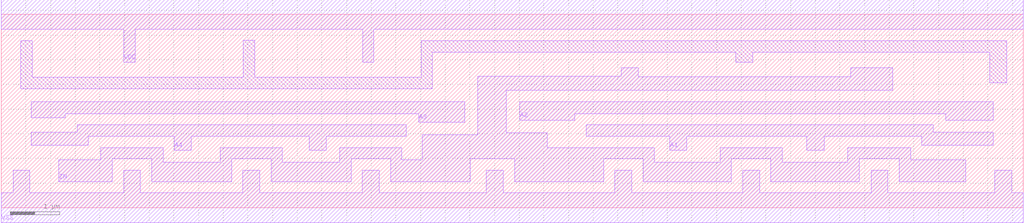
<source format=lef>
# Copyright 2022 GlobalFoundries PDK Authors
#
# Licensed under the Apache License, Version 2.0 (the "License");
# you may not use this file except in compliance with the License.
# You may obtain a copy of the License at
#
#      http://www.apache.org/licenses/LICENSE-2.0
#
# Unless required by applicable law or agreed to in writing, software
# distributed under the License is distributed on an "AS IS" BASIS,
# WITHOUT WARRANTIES OR CONDITIONS OF ANY KIND, either express or implied.
# See the License for the specific language governing permissions and
# limitations under the License.

MACRO gf180mcu_fd_sc_mcu7t5v0__nor4_4
  CLASS core ;
  FOREIGN gf180mcu_fd_sc_mcu7t5v0__nor4_4 0.0 0.0 ;
  ORIGIN 0 0 ;
  SYMMETRY X Y ;
  SITE GF018hv5v_mcu_sc7 ;
  SIZE 20.72 BY 3.92 ;
  PIN A1
    DIRECTION INPUT ;
    ANTENNAGATEAREA 3.294 ;
    PORT
      LAYER Metal1 ;
        POLYGON 11.855 1.45 13.545 1.45 13.545 1.17 13.89 1.17 13.89 1.45 16.325 1.45 16.325 1.17 16.685 1.17 16.685 1.45 18.66 1.45 18.66 1.265 20.11 1.265 20.11 1.535 18.89 1.535 18.89 1.68 11.855 1.68  ;
    END
  END A1
  PIN A2
    DIRECTION INPUT ;
    ANTENNAGATEAREA 3.294 ;
    PORT
      LAYER Metal1 ;
        POLYGON 10.51 1.77 11.625 1.77 11.625 1.91 19.14 1.91 19.14 1.77 20.11 1.77 20.11 2.15 10.51 2.15  ;
    END
  END A2
  PIN A3
    DIRECTION INPUT ;
    ANTENNAGATEAREA 3.294 ;
    PORT
      LAYER Metal1 ;
        POLYGON 0.61 1.82 1.295 1.82 1.295 1.91 8.46 1.91 8.46 1.73 9.395 1.73 9.395 2.15 0.61 2.15  ;
    END
  END A3
  PIN A4
    DIRECTION INPUT ;
    ANTENNAGATEAREA 3.294 ;
    PORT
      LAYER Metal1 ;
        POLYGON 0.61 1.265 1.76 1.265 1.76 1.45 3.51 1.45 3.51 1.17 3.85 1.17 3.85 1.45 6.24 1.45 6.24 1.17 6.585 1.17 6.585 1.45 8.21 1.45 8.21 1.68 1.54 1.68 1.54 1.535 0.61 1.535  ;
    END
  END A4
  PIN ZN
    DIRECTION OUTPUT ;
    ANTENNADIFFAREA 3.8304 ;
    PORT
      LAYER Metal1 ;
        POLYGON 1.17 0.53 2.25 0.53 2.25 0.99 3.05 0.99 3.05 0.53 4.67 0.53 4.67 0.99 5.47 0.99 5.47 0.53 7.09 0.53 7.09 0.99 7.89 0.99 7.89 0.53 9.51 0.53 9.51 0.99 10.405 0.99 10.405 0.53 12.21 0.53 12.21 0.99 13.01 0.99 13.01 0.53 14.8 0.53 14.8 0.99 15.6 0.99 15.6 0.53 17.39 0.53 17.39 0.99 18.2 0.99 18.2 0.53 19.55 0.53 19.55 0.975 18.43 0.975 18.43 1.22 17.16 1.22 17.16 0.92 15.83 0.92 15.83 1.22 14.57 1.22 14.57 0.92 13.24 0.92 13.24 1.22 11.07 1.22 11.07 1.52 10.24 1.52 10.24 2.38 18.07 2.38 18.07 2.835 17.215 2.835 17.215 2.655 12.91 2.655 12.91 2.84 12.57 2.84 12.57 2.665 9.66 2.665 9.66 1.48 8.535 1.48 8.535 0.975 8.12 0.975 8.12 1.22 6.86 1.22 6.86 0.92 5.7 0.92 5.7 1.22 4.44 1.22 4.44 0.92 3.28 0.92 3.28 1.22 2.02 1.22 2.02 0.975 1.17 0.975  ;
    END
  END ZN
  PIN VDD
    DIRECTION INOUT ;
    USE power ;
    SHAPE ABUTMENT ;
    PORT
      LAYER Metal1 ;
        POLYGON 0 3.62 2.485 3.62 2.485 2.95 2.715 2.95 2.715 3.62 7.325 3.62 7.325 2.95 7.555 2.95 7.555 3.62 20.38 3.62 20.72 3.62 20.72 4.22 20.38 4.22 0 4.22  ;
    END
  END VDD
  PIN VSS
    DIRECTION INOUT ;
    USE ground ;
    SHAPE ABUTMENT ;
    PORT
      LAYER Metal1 ;
        POLYGON 0 -0.3 20.72 -0.3 20.72 0.3 20.48 0.3 20.48 0.76 20.14 0.76 20.14 0.3 17.97 0.3 17.97 0.76 17.63 0.76 17.63 0.3 15.37 0.3 15.37 0.76 15.03 0.76 15.03 0.3 12.78 0.3 12.78 0.76 12.44 0.76 12.44 0.3 10.175 0.3 10.175 0.76 9.835 0.76 9.835 0.3 7.66 0.3 7.66 0.76 7.32 0.76 7.32 0.3 5.24 0.3 5.24 0.76 4.9 0.76 4.9 0.3 2.82 0.3 2.82 0.76 2.48 0.76 2.48 0.3 0.58 0.3 0.58 0.76 0.24 0.76 0.24 0.3 0 0.3  ;
    END
  END VSS
  OBS
      LAYER Metal1 ;
        POLYGON 0.395 2.415 8.74 2.415 8.74 3.15 14.89 3.15 14.89 2.945 15.23 2.945 15.23 3.15 20.04 3.15 20.04 2.53 20.38 2.53 20.38 3.385 8.51 3.385 8.51 2.65 5.135 2.65 5.135 3.39 4.905 3.39 4.905 2.65 0.625 2.65 0.625 3.38 0.395 3.38  ;
  END
END gf180mcu_fd_sc_mcu7t5v0__nor4_4

</source>
